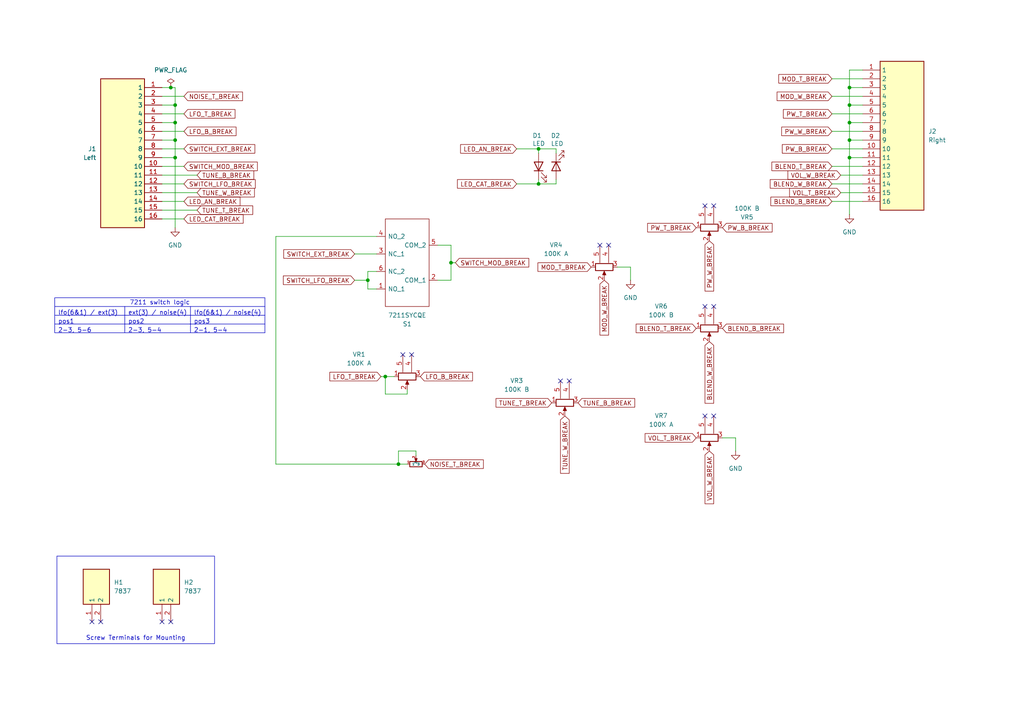
<source format=kicad_sch>
(kicad_sch (version 20250114) (generator "eeschema") (generator_version "9.0")
  (paper "A4")
  (lib_symbols
    (symbol "Device:LED" (pin_numbers (hide yes)) (pin_names (offset 1.016) (hide yes))
      (property "Reference" "D" (at 0 2.54 0))
      (property "Value" "Device_LED" (at 0 -2.54 0))
      (symbol "LED_0_1"
        (polyline (pts (xy -3.048 -0.762) (xy -4.572 -2.286) (xy -3.81 -2.286) (xy -4.572 -2.286) (xy -4.572 -1.524)))
        (polyline (pts (xy -1.778 -0.762) (xy -3.302 -2.286) (xy -2.54 -2.286) (xy -3.302 -2.286) (xy -3.302 -1.524)))
        (polyline (pts (xy -1.27 0) (xy 1.27 0)))
        (polyline (pts (xy -1.27 -1.27) (xy -1.27 1.27)) (stroke (width 0.254)))
        (polyline (pts (xy 1.27 -1.27) (xy 1.27 1.27) (xy -1.27 0) (xy 1.27 -1.27)) (stroke (width 0.254)))
      )
      (symbol "LED_1_1"
        (pin passive line (at -3.81 0 0) (length 2.54) (name "K") (number "1"))
        (pin passive line (at 3.81 0 180) (length 2.54) (name "A") (number "2"))
      )
    )
    (symbol "customlib:7211SYCQE" (pin_names (offset 0.762))
      (property "Reference" "S" (at 26.67 7.62 0))
      (property "Value" "7211SYCQE" (at 26.67 5.08 0))
      (symbol "7211SYCQE_0_1"
        (rectangle (start 2.54 5.08) (end 15.24 -20.32))
      )
      (symbol "7211SYCQE_1_1"
        (pin passive line (at 0 0 0) (length 2.54) (name "NO_1") (number "1"))
        (pin passive line (at 0 -5.08 0) (length 2.54) (name "NC_2") (number "6"))
        (pin passive line (at 0 -10.16 0) (length 2.54) (name "NC_1") (number "3"))
        (pin passive line (at 0 -15.24 0) (length 2.54) (name "NO_2") (number "4"))
        (pin passive line (at 17.78 -2.54 180) (length 2.54) (name "COM_1") (number "2"))
        (pin passive line (at 17.78 -12.7 180) (length 2.54) (name "COM_2") (number "5"))
      )
    )
    (symbol "customlib:7837"
      (property "Reference" "H" (at 16.51 7.62 0))
      (property "Value" "7837" (at 16.51 5.08 0))
      (symbol "7837_1_1"
        (rectangle (start 5.08 2.54) (end 15.24 -5.08) (stroke (width 0.254)) (fill (type background)))
        (pin passive line (at 0 0 0) (length 5.08) (name "1") (number "1"))
        (pin passive line (at 0 -2.54 0) (length 5.08) (name "2") (number "2"))
      )
    )
    (symbol "customlib:HLW16R-2C7LF"
      (property "Reference" "J" (at 19.05 7.62 0))
      (property "Value" "HLW16R-2C7LF" (at 19.05 5.08 0))
      (symbol "HLW16R-2C7LF_1_1"
        (rectangle (start 5.08 2.54) (end 17.78 -40.64) (stroke (width 0.254)) (fill (type background)))
        (pin passive line (at 0 0 0) (length 5.08) (name "1") (number "1"))
        (pin passive line (at 0 -2.54 0) (length 5.08) (name "2") (number "2"))
        (pin passive line (at 0 -5.08 0) (length 5.08) (name "3") (number "3"))
        (pin passive line (at 0 -7.62 0) (length 5.08) (name "4") (number "4"))
        (pin passive line (at 0 -10.16 0) (length 5.08) (name "5") (number "5"))
        (pin passive line (at 0 -12.7 0) (length 5.08) (name "6") (number "6"))
        (pin passive line (at 0 -15.24 0) (length 5.08) (name "7") (number "7"))
        (pin passive line (at 0 -17.78 0) (length 5.08) (name "8") (number "8"))
        (pin passive line (at 0 -20.32 0) (length 5.08) (name "9") (number "9"))
        (pin passive line (at 0 -22.86 0) (length 5.08) (name "10") (number "10"))
        (pin passive line (at 0 -25.4 0) (length 5.08) (name "11") (number "11"))
        (pin passive line (at 0 -27.94 0) (length 5.08) (name "12") (number "12"))
        (pin passive line (at 0 -30.48 0) (length 5.08) (name "13") (number "13"))
        (pin passive line (at 0 -33.02 0) (length 5.08) (name "14") (number "14"))
        (pin passive line (at 0 -35.56 0) (length 5.08) (name "15") (number "15"))
        (pin passive line (at 0 -38.1 0) (length 5.08) (name "16") (number "16"))
      )
    )
    (symbol "customlib:PTN091-V100115K1A" (pin_names (offset 0) (hide yes))
      (property "Reference" "VR" (at 24.13 7.62 0))
      (property "Value" "PTN091-V100115K1A" (at 24.13 5.08 0))
      (symbol "PTN091-V100115K1A_0_0"
        (pin passive line (at -6.35 -2.54 0) (length 5.08) (name "MH1") (number "5"))
        (pin passive line (at -6.35 -5.08 0) (length 5.08) (name "MH2") (number "4"))
      )
      (symbol "PTN091-V100115K1A_0_1"
        (rectangle (start 1.016 -1.27) (end -1.016 -6.35) (stroke (width 0.254)))
        (polyline (pts (xy 1.143 -3.81) (xy 2.286 -3.302) (xy 2.286 -4.318) (xy 1.143 -3.81)) (fill (type outline)))
        (polyline (pts (xy 2.54 -3.81) (xy 1.524 -3.81)))
      )
      (symbol "PTN091-V100115K1A_1_1"
        (pin passive line (at 0 0 270) (length 1.27) (name "1") (number "1"))
        (pin passive line (at 0 -7.62 90) (length 1.27) (name "3") (number "3"))
        (pin passive line (at 3.81 -3.81 180) (length 1.27) (name "2") (number "2"))
      )
    )
    (symbol "customlib:PTN091-V100115K1B" (pin_names (offset 0) (hide yes))
      (property "Reference" "VR" (at 26.67 7.62 0))
      (property "Value" "PTN091-V100115K1B" (at 26.67 5.08 0))
      (symbol "PTN091-V100115K1B_0_0"
        (pin passive line (at -6.35 -2.54 0) (length 5.08) (name "MH1") (number "5"))
        (pin passive line (at -6.35 -5.08 0) (length 5.08) (name "MH2") (number "4"))
      )
      (symbol "PTN091-V100115K1B_0_1"
        (rectangle (start 1.016 -1.27) (end -1.016 -6.35) (stroke (width 0.254)))
        (polyline (pts (xy 1.143 -3.81) (xy 2.286 -3.302) (xy 2.286 -4.318) (xy 1.143 -3.81)) (fill (type outline)))
        (polyline (pts (xy 2.54 -3.81) (xy 1.524 -3.81)))
      )
      (symbol "PTN091-V100115K1B_1_1"
        (pin passive line (at 0 0 270) (length 1.27) (name "1") (number "1"))
        (pin passive line (at 0 -7.62 90) (length 1.27) (name "3") (number "3"))
        (pin passive line (at 3.81 -3.81 180) (length 1.27) (name "2") (number "2"))
      )
    )
    (symbol "customlib:T73YP103KT20" (pin_names (offset 0.762))
      (symbol "T73YP103KT20_0_1"
        (rectangle (start 0.762 -0.7366) (end -0.762 -4.3434) (stroke (width 0.254)))
        (polyline (pts (xy 0.889 -2.54) (xy 0.635 -2.54) (xy 1.651 -2.159) (xy 1.651 -2.921) (xy 0.635 -2.54) (xy 0.889 -2.54)) (fill (type outline)))
      )
      (symbol "T73YP103KT20_1_1"
        (pin passive line (at 0 0 270) (length 0.635) (name "1") (number "1"))
        (pin passive line (at 0 -5.08 90) (length 0.635) (name "3") (number "3"))
        (pin passive line (at 2.54 -2.54 180) (length 0.9906) (name "2") (number "2"))
      )
    )
    (symbol "power:GND" (power) (pin_numbers (hide yes)) (pin_names (offset 0) (hide yes))
      (property "Value" "GND" (at 0 -3.81 0))
      (symbol "GND_0_1"
        (polyline (pts (xy 0 0) (xy 0 -1.27) (xy 1.27 -1.27) (xy 0 -2.54) (xy -1.27 -1.27) (xy 0 -1.27)))
      )
      (symbol "GND_1_1"
        (pin power_in line (at 0 0 270) (length 0) (name "~") (number "1"))
      )
    )
    (symbol "power:PWR_FLAG" (power) (pin_numbers (hide yes)) (pin_names (offset 0) (hide yes))
      (property "Value" "PWR_FLAG" (at 0 3.81 0))
      (symbol "PWR_FLAG_0_0"
        (pin power_out line (at 0 0 90) (length 0) (name "~") (number "1"))
      )
      (symbol "PWR_FLAG_0_1"
        (polyline (pts (xy 0 0) (xy 0 1.27) (xy -1.016 1.905) (xy 0 2.54) (xy 1.016 1.905) (xy 0 1.27)))
      )
    )
  )
  (rectangle (start 16.51 161.29) (end 62.23 186.69))
  (text "Screw Terminals for Mounting" (at 39.37 185.166 0) (effects (font (size 1.27 1.27))))
  (junction (at 130.81 76.2))
  (junction (at 50.8 45.72))
  (junction (at 156.21 53.34))
  (junction (at 246.38 30.48))
  (junction (at 246.38 40.64))
  (junction (at 50.8 30.48))
  (junction (at 50.8 35.56))
  (junction (at 115.57 134.62))
  (junction (at 49.53 25.4))
  (junction (at 246.38 45.72))
  (junction (at 246.38 35.56))
  (junction (at 106.68 81.28))
  (junction (at 156.21 43.18))
  (junction (at 246.38 25.4))
  (junction (at 111.76 109.22))
  (junction (at 50.8 40.64))
  (no_connect (at 119.38 102.87))
  (no_connect (at 116.84 102.87))
  (no_connect (at 173.99 71.12))
  (no_connect (at 162.56 110.49))
  (no_connect (at 207.01 59.69))
  (no_connect (at 207.01 120.65))
  (no_connect (at 49.53 180.34))
  (no_connect (at 26.67 180.34))
  (no_connect (at 204.47 120.65))
  (no_connect (at 46.99 180.34))
  (no_connect (at 204.47 88.9))
  (no_connect (at 165.1 110.49))
  (no_connect (at 176.53 71.12))
  (no_connect (at 207.01 88.9))
  (no_connect (at 29.21 180.34))
  (no_connect (at 204.47 59.69))
  (wire (pts (xy 50.8 45.72) (xy 50.8 66.04)))
  (wire (pts (xy 46.99 50.8) (xy 57.15 50.8)))
  (wire (pts (xy 161.29 53.34) (xy 161.29 52.07)))
  (wire (pts (xy 241.3 38.1) (xy 250.19 38.1)))
  (wire (pts (xy 241.3 53.34) (xy 250.19 53.34)))
  (wire (pts (xy 241.3 22.86) (xy 250.19 22.86)))
  (wire (pts (xy 118.11 113.03) (xy 118.11 114.3)))
  (wire (pts (xy 161.29 43.18) (xy 161.29 44.45)))
  (wire (pts (xy 46.99 53.34) (xy 53.34 53.34)))
  (wire (pts (xy 46.99 33.02) (xy 53.34 33.02)))
  (wire (pts (xy 111.76 114.3) (xy 111.76 109.22)))
  (wire (pts (xy 246.38 40.64) (xy 246.38 45.72)))
  (wire (pts (xy 241.3 43.18) (xy 250.19 43.18)))
  (wire (pts (xy 213.36 127) (xy 209.55 127)))
  (wire (pts (xy 46.99 38.1) (xy 53.34 38.1)))
  (wire (pts (xy 241.3 27.94) (xy 250.19 27.94)))
  (wire (pts (xy 46.99 30.48) (xy 50.8 30.48)))
  (wire (pts (xy 130.81 76.2) (xy 132.08 76.2)))
  (wire (pts (xy 115.57 130.81) (xy 120.65 130.81)))
  (wire (pts (xy 50.8 25.4) (xy 50.8 30.48)))
  (wire (pts (xy 241.3 33.02) (xy 250.19 33.02)))
  (wire (pts (xy 46.99 55.88) (xy 57.15 55.88)))
  (wire (pts (xy 50.8 35.56) (xy 50.8 40.64)))
  (wire (pts (xy 118.11 134.62) (xy 115.57 134.62)))
  (wire (pts (xy 241.3 58.42) (xy 250.19 58.42)))
  (wire (pts (xy 80.01 68.58) (xy 80.01 134.62)))
  (wire (pts (xy 156.21 53.34) (xy 161.29 53.34)))
  (wire (pts (xy 118.11 114.3) (xy 111.76 114.3)))
  (wire (pts (xy 243.84 55.88) (xy 250.19 55.88)))
  (wire (pts (xy 156.21 43.18) (xy 156.21 44.45)))
  (wire (pts (xy 182.88 77.47) (xy 179.07 77.47)))
  (wire (pts (xy 246.38 45.72) (xy 250.19 45.72)))
  (wire (pts (xy 111.76 109.22) (xy 114.3 109.22)))
  (wire (pts (xy 243.84 50.8) (xy 250.19 50.8)))
  (wire (pts (xy 80.01 134.62) (xy 115.57 134.62)))
  (wire (pts (xy 156.21 53.34) (xy 156.21 52.07)))
  (wire (pts (xy 246.38 30.48) (xy 250.19 30.48)))
  (wire (pts (xy 106.68 83.82) (xy 109.22 83.82)))
  (wire (pts (xy 246.38 35.56) (xy 246.38 40.64)))
  (wire (pts (xy 149.86 43.18) (xy 156.21 43.18)))
  (wire (pts (xy 106.68 78.74) (xy 106.68 81.28)))
  (wire (pts (xy 130.81 76.2) (xy 130.81 81.28)))
  (wire (pts (xy 246.38 40.64) (xy 250.19 40.64)))
  (wire (pts (xy 46.99 43.18) (xy 53.34 43.18)))
  (wire (pts (xy 46.99 63.5) (xy 53.34 63.5)))
  (wire (pts (xy 46.99 25.4) (xy 49.53 25.4)))
  (wire (pts (xy 246.38 35.56) (xy 250.19 35.56)))
  (wire (pts (xy 182.88 81.28) (xy 182.88 77.47)))
  (wire (pts (xy 102.87 73.66) (xy 109.22 73.66)))
  (wire (pts (xy 120.65 130.81) (xy 120.65 132.08)))
  (wire (pts (xy 80.01 68.58) (xy 109.22 68.58)))
  (wire (pts (xy 46.99 40.64) (xy 50.8 40.64)))
  (wire (pts (xy 106.68 81.28) (xy 106.68 83.82)))
  (wire (pts (xy 130.81 71.12) (xy 130.81 76.2)))
  (wire (pts (xy 250.19 20.32) (xy 246.38 20.32)))
  (wire (pts (xy 241.3 48.26) (xy 250.19 48.26)))
  (wire (pts (xy 127 71.12) (xy 130.81 71.12)))
  (wire (pts (xy 102.87 81.28) (xy 106.68 81.28)))
  (wire (pts (xy 46.99 48.26) (xy 53.34 48.26)))
  (wire (pts (xy 156.21 43.18) (xy 161.29 43.18)))
  (wire (pts (xy 49.53 25.4) (xy 50.8 25.4)))
  (wire (pts (xy 46.99 58.42) (xy 53.34 58.42)))
  (wire (pts (xy 46.99 60.96) (xy 57.15 60.96)))
  (wire (pts (xy 46.99 45.72) (xy 50.8 45.72)))
  (wire (pts (xy 246.38 20.32) (xy 246.38 25.4)))
  (wire (pts (xy 130.81 81.28) (xy 127 81.28)))
  (wire (pts (xy 50.8 40.64) (xy 50.8 45.72)))
  (wire (pts (xy 246.38 30.48) (xy 246.38 35.56)))
  (wire (pts (xy 246.38 45.72) (xy 246.38 62.23)))
  (wire (pts (xy 149.86 53.34) (xy 156.21 53.34)))
  (wire (pts (xy 246.38 25.4) (xy 250.19 25.4)))
  (wire (pts (xy 46.99 27.94) (xy 53.34 27.94)))
  (wire (pts (xy 246.38 25.4) (xy 246.38 30.48)))
  (wire (pts (xy 46.99 35.56) (xy 50.8 35.56)))
  (wire (pts (xy 111.76 109.22) (xy 110.49 109.22)))
  (wire (pts (xy 109.22 78.74) (xy 106.68 78.74)))
  (wire (pts (xy 50.8 30.48) (xy 50.8 35.56)))
  (wire (pts (xy 115.57 134.62) (xy 115.57 130.81)))
  (wire (pts (xy 213.36 130.81) (xy 213.36 127)))
  (table (column_count 3) (border (external yes) (header yes)) (separators (rows yes) (cols yes)) (column_widths 20.32 19.05 21.59) (row_heights 2.54 2.54 2.54 2.54) (cells (table_cell "7211 switch logic" (at 15.875 86.36 0) (size 60.96 2.54) (margins 0.9525 0.9525 0.9525 0.9525) (span 3 1)) (table_cell "rgb(124, 124, 124)" (at 36.195 86.36 0) (size 19.05 2.54) (margins 0.9525 0.9525 0.9525 0.9525) (span 0 0)) (table_cell "rgb(124, 124, 124)" (at 55.245 86.36 0) (size 21.59 2.54) (margins 0.9525 0.9525 0.9525 0.9525) (span 0 0)) (table_cell "lfo(6&1) / ext(3)" (at 15.875 88.9 0) (size 20.32 2.54) (margins 0.9525 0.9525 0.9525 0.9525) (span 1 1)) (table_cell "ext(3) / noise(4)" (at 36.195 88.9 0) (size 19.05 2.54) (margins 0.9525 0.9525 0.9525 0.9525) (span 1 1)) (table_cell "lfo(6&1) / noise(4)" (at 55.245 88.9 0) (size 21.59 2.54) (margins 0.9525 0.9525 0.9525 0.9525) (span 1 1)) (table_cell "pos1" (at 15.875 91.44 0) (size 20.32 2.54) (margins 0.9525 0.9525 0.9525 0.9525) (span 1 1)) (table_cell "pos2" (at 36.195 91.44 0) (size 19.05 2.54) (margins 0.9525 0.9525 0.9525 0.9525) (span 1 1)) (table_cell "pos3" (at 55.245 91.44 0) (size 21.59 2.54) (margins 0.9525 0.9525 0.9525 0.9525) (span 1 1)) (table_cell "2-3, 5-6" (at 15.875 93.98 0) (size 20.32 2.54) (margins 0.9525 0.9525 0.9525 0.9525) (span 1 1)) (table_cell "2-3, 5-4" (at 36.195 93.98 0) (size 19.05 2.54) (margins 0.9525 0.9525 0.9525 0.9525) (span 1 1)) (table_cell "2-1, 5-4" (at 55.245 93.98 0) (size 21.59 2.54) (margins 0.9525 0.9525 0.9525 0.9525) (span 1 1))))
  (global_label "TUNE_T_BREAK" (shape input) (at 57.15 60.96 0) (property "Intersheetrefs" "${INTERSHEET_REFS}" (effects (hide yes))))
  (global_label "PW_T_BREAK" (shape input) (at 241.3 33.02 180) (property "Intersheetrefs" "${INTERSHEET_REFS}" (effects (hide yes))))
  (global_label "TUNE_B_BREAK" (shape input) (at 57.15 50.8 0) (property "Intersheetrefs" "${INTERSHEET_REFS}" (effects (hide yes))))
  (global_label "PW_T_BREAK" (shape input) (at 201.93 66.04 180) (property "Intersheetrefs" "${INTERSHEET_REFS}" (effects (hide yes))))
  (global_label "TUNE_W_BREAK" (shape input) (at 57.15 55.88 0) (property "Intersheetrefs" "${INTERSHEET_REFS}" (effects (hide yes))))
  (global_label "NOISE_T_BREAK" (shape input) (at 123.19 134.62 0) (property "Intersheetrefs" "${INTERSHEET_REFS}" (effects (hide yes))))
  (global_label "PW_W_BREAK" (shape input) (at 241.3 38.1 180) (property "Intersheetrefs" "${INTERSHEET_REFS}" (effects (hide yes))))
  (global_label "LED_CAT_BREAK" (shape input) (at 149.86 53.34 180) (property "Intersheetrefs" "${INTERSHEET_REFS}" (effects (hide yes))))
  (global_label "PW_B_BREAK" (shape input) (at 209.55 66.04 0) (property "Intersheetrefs" "${INTERSHEET_REFS}" (effects (hide yes))))
  (global_label "SWITCH_MOD_BREAK" (shape input) (at 132.08 76.2 0) (property "Intersheetrefs" "${INTERSHEET_REFS}" (effects (hide yes))))
  (global_label "LFO_T_BREAK" (shape input) (at 110.49 109.22 180) (property "Intersheetrefs" "${INTERSHEET_REFS}" (effects (hide yes))))
  (global_label "VOL_T_BREAK" (shape input) (at 243.84 55.88 180) (property "Intersheetrefs" "${INTERSHEET_REFS}" (effects (hide yes))))
  (global_label "PW_B_BREAK" (shape input) (at 241.3 43.18 180) (property "Intersheetrefs" "${INTERSHEET_REFS}" (effects (hide yes))))
  (global_label "TUNE_B_BREAK" (shape input) (at 167.64 116.84 0) (property "Intersheetrefs" "${INTERSHEET_REFS}" (effects (hide yes))))
  (global_label "NOISE_T_BREAK" (shape input) (at 53.34 27.94 0) (property "Intersheetrefs" "${INTERSHEET_REFS}" (effects (hide yes))))
  (global_label "SWITCH_LFO_BREAK" (shape input) (at 53.34 53.34 0) (property "Intersheetrefs" "${INTERSHEET_REFS}" (effects (hide yes))))
  (global_label "VOL_T_BREAK" (shape input) (at 201.93 127 180) (property "Intersheetrefs" "${INTERSHEET_REFS}" (effects (hide yes))))
  (global_label "LFO_T_BREAK" (shape input) (at 53.34 33.02 0) (property "Intersheetrefs" "${INTERSHEET_REFS}" (effects (hide yes))))
  (global_label "SWITCH_EXT_BREAK" (shape input) (at 53.34 43.18 0) (property "Intersheetrefs" "${INTERSHEET_REFS}" (effects (hide yes))))
  (global_label "LED_AN_BREAK" (shape input) (at 53.34 58.42 0) (property "Intersheetrefs" "${INTERSHEET_REFS}" (effects (hide yes))))
  (global_label "PW_W_BREAK" (shape input) (at 205.74 69.85 270) (property "Intersheetrefs" "${INTERSHEET_REFS}" (effects (hide yes))))
  (global_label "BLEND_W_BREAK" (shape input) (at 241.3 53.34 180) (property "Intersheetrefs" "${INTERSHEET_REFS}" (effects (hide yes))))
  (global_label "SWITCH_MOD_BREAK" (shape input) (at 53.34 48.26 0) (property "Intersheetrefs" "${INTERSHEET_REFS}" (effects (hide yes))))
  (global_label "LED_AN_BREAK" (shape input) (at 149.86 43.18 180) (property "Intersheetrefs" "${INTERSHEET_REFS}" (effects (hide yes))))
  (global_label "LFO_B_BREAK" (shape input) (at 53.34 38.1 0) (property "Intersheetrefs" "${INTERSHEET_REFS}" (effects (hide yes))))
  (global_label "BLEND_B_BREAK" (shape input) (at 241.3 58.42 180) (property "Intersheetrefs" "${INTERSHEET_REFS}" (effects (hide yes))))
  (global_label "SWITCH_EXT_BREAK" (shape input) (at 102.87 73.66 180) (property "Intersheetrefs" "${INTERSHEET_REFS}" (effects (hide yes))))
  (global_label "MOD_T_BREAK" (shape input) (at 171.45 77.47 180) (property "Intersheetrefs" "${INTERSHEET_REFS}" (effects (hide yes))))
  (global_label "LED_CAT_BREAK" (shape input) (at 53.34 63.5 0) (property "Intersheetrefs" "${INTERSHEET_REFS}" (effects (hide yes))))
  (global_label "MOD_T_BREAK" (shape input) (at 241.3 22.86 180) (property "Intersheetrefs" "${INTERSHEET_REFS}" (effects (hide yes))))
  (global_label "BLEND_T_BREAK" (shape input) (at 241.3 48.26 180) (property "Intersheetrefs" "${INTERSHEET_REFS}" (effects (hide yes))))
  (global_label "VOL_W_BREAK" (shape input) (at 243.84 50.8 180) (property "Intersheetrefs" "${INTERSHEET_REFS}" (effects (hide yes))))
  (global_label "MOD_W_BREAK" (shape input) (at 241.3 27.94 180) (property "Intersheetrefs" "${INTERSHEET_REFS}" (effects (hide yes))))
  (global_label "BLEND_B_BREAK" (shape input) (at 209.55 95.25 0) (property "Intersheetrefs" "${INTERSHEET_REFS}" (effects (hide yes))))
  (global_label "BLEND_W_BREAK" (shape input) (at 205.74 99.06 270) (property "Intersheetrefs" "${INTERSHEET_REFS}" (effects (hide yes))))
  (global_label "LFO_B_BREAK" (shape input) (at 121.92 109.22 0) (property "Intersheetrefs" "${INTERSHEET_REFS}" (effects (hide yes))))
  (global_label "TUNE_T_BREAK" (shape input) (at 160.02 116.84 180) (property "Intersheetrefs" "${INTERSHEET_REFS}" (effects (hide yes))))
  (global_label "TUNE_W_BREAK" (shape input) (at 163.83 120.65 270) (property "Intersheetrefs" "${INTERSHEET_REFS}" (effects (hide yes))))
  (global_label "SWITCH_LFO_BREAK" (shape input) (at 102.87 81.28 180) (property "Intersheetrefs" "${INTERSHEET_REFS}" (effects (hide yes))))
  (global_label "BLEND_T_BREAK" (shape input) (at 201.93 95.25 180) (property "Intersheetrefs" "${INTERSHEET_REFS}" (effects (hide yes))))
  (global_label "VOL_W_BREAK" (shape input) (at 205.74 130.81 270) (property "Intersheetrefs" "${INTERSHEET_REFS}" (effects (hide yes))))
  (global_label "MOD_W_BREAK" (shape input) (at 175.26 81.28 270) (property "Intersheetrefs" "${INTERSHEET_REFS}" (effects (hide yes))))
  (symbol (lib_id "Device:LED") (at 156.21 48.26 90) (unit 1)
    (property "Reference" "D1" (at 154.432 39.3192 90) (effects (justify right)))
    (property "Value" "LED" (at 154.432 41.6306 90) (effects (justify right)))
    (property "Footprint" "LED_THT:LED_D3.0mm_Clear" (effects (hide yes)))
  )
  (symbol (lib_id "customlib:7211SYCQE") (at 109.22 83.82 0) (mirror x) (unit 1)
    (property "Reference" "S1" (at 118.11 93.98 0))
    (property "Value" "7211SYCQE" (at 118.11 91.44 0))
    (property "Footprint" "customlib:7211SYCQE" (effects (hide yes)))
    (property "Datasheet" "https://www.ckswitches.com/media/1394/7000toggle.pdf" (effects (hide yes)))
    (property "Description" "Toggle Switches ON-ON-ON PC MNT" (effects (hide yes)))
    (property "Description_1" "Toggle Switches ON-ON-ON PC MNT" (effects (hide yes)))
    (property "Height" "29.97" (effects (hide yes)))
    (property "Mouser Part Number" "611-7211-002" (effects (hide yes)))
    (property "Mouser Price/Stock" "https://www.mouser.co.uk/ProductDetail/CK/7211SYCQE?qs=iGs0Ib%2FftATUARYg%2FvlzKw%3D%3D" (effects (hide yes)))
    (property "Manufacturer_Name" "C & K COMPONENTS" (effects (hide yes)))
    (property "Manufacturer_Part_Number" "7211SYCQE" (effects (hide yes)))
  )
  (symbol (lib_id "customlib:PTN091-V100115K1B") (at 201.93 66.04 90) (mirror x) (unit 1)
    (property "Reference" "VR5" (at 216.662 62.992 90))
    (property "Value" "100K B" (at 216.662 60.452 90))
    (property "Footprint" "Potentiometer_THT:PTN091V100115K1B" (effects (hide yes)))
    (property "Datasheet" "https://www.sameskydevices.com/product/resource/ptn09x.pdf" (effects (hide yes)))
    (property "Description" "PULSE WIDTH" (effects (hide yes)))
    (property "Description_1" "9.5 mm, Vertical, Linear, 100K, Through Hole, Knurled Shaft Rotary Potentiometer" (effects (hide yes)))
    (property "Height" "25.2" (effects (hide yes)))
    (property "Manufacturer_Name" "Same Sky" (effects (hide yes)))
    (property "Manufacturer_Part_Number" "PTN091-V100115K1B" (effects (hide yes)))
  )
  (symbol (lib_id "customlib:HLW16R-2C7LF") (at 46.99 25.4 0) (mirror y) (unit 1)
    (property "Reference" "J1" (at 27.94 43.1799 0) (effects (justify left)))
    (property "Value" "Left" (at 27.94 45.7199 0) (effects (justify left)))
    (property "Footprint" "HLW16R2C7LF" (effects (hide yes)))
    (property "Datasheet" "https://cdn.amphenol-cs.com/media/wysiwyg/files/drawing/hlw01lf.pdf" (effects (hide yes)))
    (property "Description" "FFC & FPC Connectors 1.00mm Flex Connectors, HLW-R series, 16 Position, Side Entry Non-ZIF Connector, 1mm (0.039inch) Pitch, Kinked Terminal" (effects (hide yes)))
    (property "Height" "4.1" (effects (hide yes)))
    (property "Mouser Part Number" "649-HLW16R-2C7LF" (effects (hide yes)))
    (property "Mouser Price/Stock" "https://www.mouser.co.uk/ProductDetail/Amphenol-FCI/HLW16R-2C7LF?qs=1Qbx6cv8UfXed2WxfKfS6A%3D%3D" (effects (hide yes)))
    (property "Manufacturer_Name" "Amphenol" (effects (hide yes)))
    (property "Manufacturer_Part_Number" "HLW16R-2C7LF" (effects (hide yes)))
  )
  (symbol (lib_id "power:GND") (at 182.88 81.28 0) (unit 1)
    (property "Reference" "#PWR02" (effects (hide yes)))
    (property "Value" "GND" (at 182.88 86.36 0))
    (property "Description" "Power symbol creates a global label with name \"GND\" , ground" (effects (hide yes)))
  )
  (symbol (lib_id "customlib:T73YP103KT20") (at 118.11 134.62 90) (unit 1)
    (property "Reference" "VR2" (effects (hide yes)))
    (property "Value" "T73YP103KT20" (effects (hide yes)))
    (property "Footprint" "customlib:T73YP103KT20" (effects (hide yes)))
    (property "Datasheet" "https://www.vishay.com/docs/51016/t73.pdf" (effects (hide yes)))
    (property "Description" "Res Cermet Trimmer 10K Ohm 10% 0.5W(1/2W) 1(Elec)/1(Mech)Turns (6.6 X 7 X 4.7mm) Pin Thru-Hole Tube" (effects (hide yes)))
    (property "Description_1" "Res Cermet Trimmer 10K Ohm 10% 0.5W(1/2W) 1(Elec)/1(Mech)Turns (6.6 X 7 X 4.7mm) Pin Thru-Hole Tube" (effects (hide yes)))
    (property "Height" "4.7" (effects (hide yes)))
    (property "Mouser Part Number" "72-T70YP-10K" (effects (hide yes)))
    (property "Mouser Price/Stock" "https://www.mouser.co.uk/ProductDetail/Vishay-Sfernice/T73YP103KT20?qs=LCMWAU1DZcxELcrLSYpQ8g%3D%3D" (effects (hide yes)))
    (property "Manufacturer_Name" "Vishay" (effects (hide yes)))
    (property "Manufacturer_Part_Number" "T73YP103KT20" (effects (hide yes)))
  )
  (symbol (lib_id "customlib:PTN091-V100115K1A") (at 114.3 109.22 90) (mirror x) (unit 1)
    (property "Reference" "VR1" (at 104.14 102.7998 90))
    (property "Value" "100K A" (at 104.14 105.3398 90))
    (property "Footprint" "Potentiometer_THT:PTN091V100115K1A" (effects (hide yes)))
    (property "Datasheet" "https://www.sameskydevices.com/product/resource/ptn09x.pdf" (effects (hide yes)))
    (property "Description" "LFO" (effects (hide yes)))
    (property "Description_1" "9.5 mm, Vertical, Logarithmic, 100K, Through Hole, Knurled Shaft Rotary Potentiometer" (effects (hide yes)))
    (property "Height" "25.2" (effects (hide yes)))
    (property "Manufacturer_Name" "Same Sky" (effects (hide yes)))
    (property "Manufacturer_Part_Number" "PTN091-V100115K1A" (effects (hide yes)))
  )
  (symbol (lib_id "customlib:7837") (at 26.67 180.34 90) (unit 1)
    (property "Reference" "H1" (at 33.02 168.9099 90) (effects (justify right)))
    (property "Value" "7837" (at 33.02 171.4499 90) (effects (justify right)))
    (property "Footprint" "7837" (effects (hide yes)))
    (property "Datasheet" "https://www.keyelco.com/product-pdf.cfm?p=14494" (effects (hide yes)))
    (property "Description" "Terminals SlimLine Vertical Screw Terminal" (effects (hide yes)))
    (property "Height" "10.95" (effects (hide yes)))
    (property "Mouser Part Number" "534-7837" (effects (hide yes)))
    (property "Mouser Price/Stock" "https://www.mouser.co.uk/ProductDetail/Keystone-Electronics/7837?qs=vLWxofP3U2zNCcxjFtTtFg%3D%3D" (effects (hide yes)))
    (property "Manufacturer_Name" "Keystone Electronics" (effects (hide yes)))
    (property "Manufacturer_Part_Number" "7837" (effects (hide yes)))
  )
  (symbol (lib_id "customlib:PTN091-V100115K1B") (at 201.93 95.25 90) (mirror x) (unit 1)
    (property "Reference" "VR6" (at 191.77 88.8298 90))
    (property "Value" "100K B" (at 191.77 91.3698 90))
    (property "Footprint" "Potentiometer_THT:PTN091V100115K1B" (effects (hide yes)))
    (property "Datasheet" "https://www.sameskydevices.com/product/resource/ptn09x.pdf" (effects (hide yes)))
    (property "Description" "BLEND" (effects (hide yes)))
    (property "Description_1" "9.5 mm, Vertical, Linear, 100K, Through Hole, Knurled Shaft Rotary Potentiometer" (effects (hide yes)))
    (property "Height" "25.2" (effects (hide yes)))
    (property "Manufacturer_Name" "Same Sky" (effects (hide yes)))
    (property "Manufacturer_Part_Number" "PTN091-V100115K1B" (effects (hide yes)))
  )
  (symbol (lib_id "power:GND") (at 246.38 62.23 0) (unit 1)
    (property "Reference" "#PWR04" (effects (hide yes)))
    (property "Value" "GND" (at 246.38 67.31 0))
    (property "Description" "Power symbol creates a global label with name \"GND\" , ground" (effects (hide yes)))
  )
  (symbol (lib_id "power:GND") (at 50.8 66.04 0) (mirror y) (unit 1)
    (property "Reference" "#PWR01" (effects (hide yes)))
    (property "Value" "GND" (at 50.8 71.12 0))
    (property "Description" "Power symbol creates a global label with name \"GND\" , ground" (effects (hide yes)))
  )
  (symbol (lib_id "customlib:PTN091-V100115K1B") (at 160.02 116.84 90) (mirror x) (unit 1)
    (property "Reference" "VR3" (at 149.86 110.4198 90))
    (property "Value" "100K B" (at 149.86 112.9598 90))
    (property "Footprint" "Potentiometer_THT:PTN091V100115K1B" (effects (hide yes)))
    (property "Datasheet" "https://www.sameskydevices.com/product/resource/ptn09x.pdf" (effects (hide yes)))
    (property "Description" "TUNE" (effects (hide yes)))
    (property "Description_1" "9.5 mm, Vertical, Linear, 100K, Through Hole, Knurled Shaft Rotary Potentiometer" (effects (hide yes)))
    (property "Height" "25.2" (effects (hide yes)))
    (property "Manufacturer_Name" "Same Sky" (effects (hide yes)))
    (property "Manufacturer_Part_Number" "PTN091-V100115K1B" (effects (hide yes)))
  )
  (symbol (lib_id "power:GND") (at 213.36 130.81 0) (unit 1)
    (property "Reference" "#PWR03" (effects (hide yes)))
    (property "Value" "GND" (at 213.36 135.89 0))
    (property "Description" "Power symbol creates a global label with name \"GND\" , ground" (effects (hide yes)))
  )
  (symbol (lib_id "customlib:PTN091-V100115K1A") (at 201.93 127 90) (mirror x) (unit 1)
    (property "Reference" "VR7" (at 191.77 120.5798 90))
    (property "Value" "100K A" (at 191.77 123.1198 90))
    (property "Footprint" "Potentiometer_THT:PTN091V100115K1A" (effects (hide yes)))
    (property "Datasheet" "https://www.sameskydevices.com/product/resource/ptn09x.pdf" (effects (hide yes)))
    (property "Description" "VOL" (effects (hide yes)))
    (property "Description_1" "9.5 mm, Vertical, Logarithmic, 100K, Through Hole, Knurled Shaft Rotary Potentiometer" (effects (hide yes)))
    (property "Height" "25.2" (effects (hide yes)))
    (property "Manufacturer_Name" "Same Sky" (effects (hide yes)))
    (property "Manufacturer_Part_Number" "PTN091-V100115K1A" (effects (hide yes)))
  )
  (symbol (lib_id "customlib:7837") (at 46.99 180.34 90) (unit 1)
    (property "Reference" "H2" (at 53.34 168.9099 90) (effects (justify right)))
    (property "Value" "7837" (at 53.34 171.4499 90) (effects (justify right)))
    (property "Footprint" "7837" (effects (hide yes)))
    (property "Datasheet" "https://www.keyelco.com/product-pdf.cfm?p=14494" (effects (hide yes)))
    (property "Description" "Terminals SlimLine Vertical Screw Terminal" (effects (hide yes)))
    (property "Height" "10.95" (effects (hide yes)))
    (property "Mouser Part Number" "534-7837" (effects (hide yes)))
    (property "Mouser Price/Stock" "https://www.mouser.co.uk/ProductDetail/Keystone-Electronics/7837?qs=vLWxofP3U2zNCcxjFtTtFg%3D%3D" (effects (hide yes)))
    (property "Manufacturer_Name" "Keystone Electronics" (effects (hide yes)))
    (property "Manufacturer_Part_Number" "7837" (effects (hide yes)))
  )
  (symbol (lib_id "customlib:HLW16R-2C7LF") (at 250.19 20.32 0) (unit 1)
    (property "Reference" "J2" (at 269.24 38.0999 0) (effects (justify left)))
    (property "Value" "Right" (at 269.24 40.6399 0) (effects (justify left)))
    (property "Footprint" "HLW16R2C7LF" (effects (hide yes)))
    (property "Datasheet" "https://cdn.amphenol-cs.com/media/wysiwyg/files/drawing/hlw01lf.pdf" (effects (hide yes)))
    (property "Description" "FFC & FPC Connectors 1.00mm Flex Connectors, HLW-R series, 16 Position, Side Entry Non-ZIF Connector, 1mm (0.039inch) Pitch, Kinked Terminal" (effects (hide yes)))
    (property "Height" "4.1" (effects (hide yes)))
    (property "Mouser Part Number" "649-HLW16R-2C7LF" (effects (hide yes)))
    (property "Mouser Price/Stock" "https://www.mouser.co.uk/ProductDetail/Amphenol-FCI/HLW16R-2C7LF?qs=1Qbx6cv8UfXed2WxfKfS6A%3D%3D" (effects (hide yes)))
    (property "Manufacturer_Name" "Amphenol" (effects (hide yes)))
    (property "Manufacturer_Part_Number" "HLW16R-2C7LF" (effects (hide yes)))
  )
  (symbol (lib_id "customlib:PTN091-V100115K1A") (at 171.45 77.47 90) (mirror x) (unit 1)
    (property "Reference" "VR4" (at 161.29 71.0498 90))
    (property "Value" "100K A" (at 161.29 73.5898 90))
    (property "Footprint" "Potentiometer_THT:PTN091V100115K1A" (effects (hide yes)))
    (property "Datasheet" "https://www.sameskydevices.com/product/resource/ptn09x.pdf" (effects (hide yes)))
    (property "Description" "MOD" (effects (hide yes)))
    (property "Description_1" "9.5 mm, Vertical, Logarithmic, 100K, Through Hole, Knurled Shaft Rotary Potentiometer" (effects (hide yes)))
    (property "Height" "25.2" (effects (hide yes)))
    (property "Manufacturer_Name" "Same Sky" (effects (hide yes)))
    (property "Manufacturer_Part_Number" "PTN091-V100115K1A" (effects (hide yes)))
  )
  (symbol (lib_id "power:PWR_FLAG") (at 49.53 25.4 0) (unit 1)
    (property "Reference" "#FLG01" (effects (hide yes)))
    (property "Value" "PWR_FLAG" (at 49.53 20.32 0))
    (property "Description" "Special symbol for telling ERC where power comes from" (effects (hide yes)))
  )
  (symbol (lib_id "Device:LED") (at 161.29 48.26 90) (mirror x) (unit 1)
    (property "Reference" "D2" (at 159.766 39.3446 90) (effects (justify right)))
    (property "Value" "LED" (at 159.766 41.656 90) (effects (justify right)))
    (property "Footprint" "LED_THT:LED_D3.0mm_Clear" (effects (hide yes)))
  )
)
</source>
